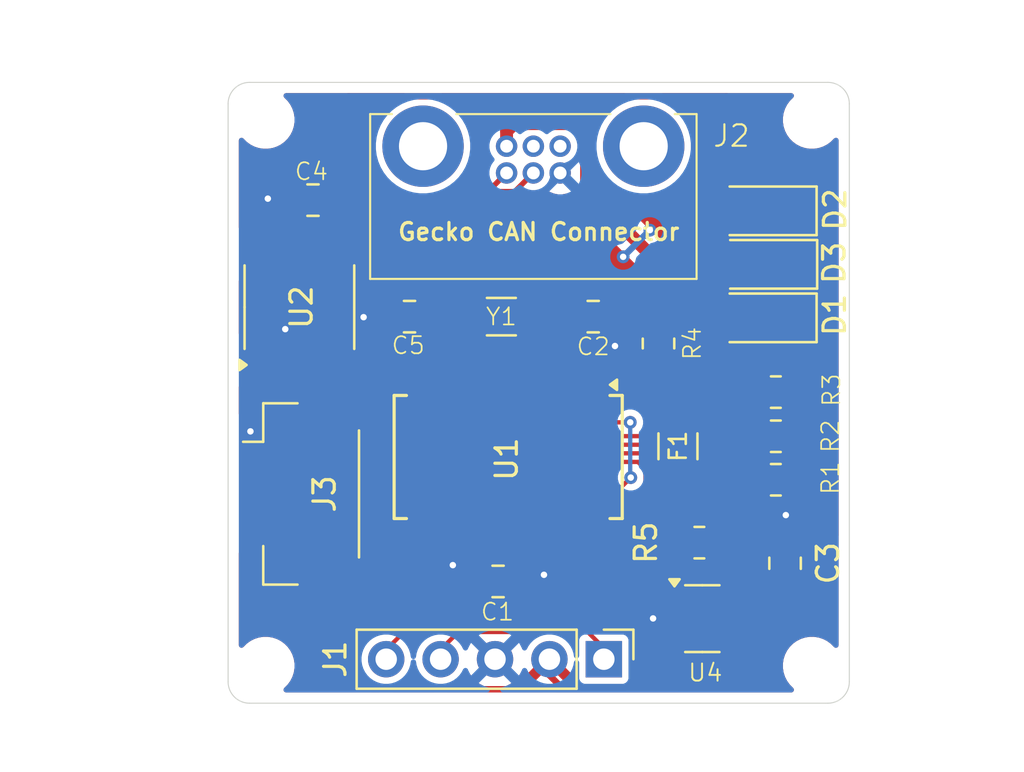
<source format=kicad_pcb>
(kicad_pcb (version 20241229) (generator "pcbnew") (generator_version "9.0")
  (layers (0 "F.Cu" signal) (2 "B.Cu" signal) (13 "F.Paste" user) (15 "B.Paste" user) (5 "F.SilkS" user "F.Silkscreen") (7 "B.SilkS" user "B.Silkscreen") (1 "F.Mask" user) (3 "B.Mask" user) (25 "Edge.Cuts" user))
  (net 0 "")
  (net 1 "GND")
  (net 2 "+5V")
  (net 3 "/OSC1")
  (net 4 "/OSC2")
  (net 5 "Net-(D1-K)")
  (net 6 "Net-(D2-K)")
  (net 7 "Net-(D3-K)")
  (net 8 "Net-(U4-+)")
  (net 9 "/5V_IN")
  (net 10 "/ICSPDAT")
  (net 11 "/ICSPCLK")
  (net 12 "/~{MCLR}")
  (net 15 "CANH")
  (net 16 "CANL")
  (net 17 "/RX1_RunCam")
  (net 18 "/TX1_RunCam")
  (net 19 "Net-(U1-RC4)")
  (net 20 "Net-(U1-RC3)")
  (net 21 "Net-(U1-RC2)")
  (net 22 "/CURR_AMP")
  (net 23 "/CAN_TX")
  (net 24 "/CAN_RX")
  (footprint "Crystal:Crystal_SMD_3215-2Pin_3.2x1.5mm" (layer "F.Cu") (at 93.7565 51.943)
    (property "Reference" "Y1" (at 0 0 0) (layer "F.SilkS") (effects (font (size 0.8 0.8) (thickness 0.08))))
    (property "Value" "12Mhz")
    (fp_line (start -0.675 -0.875) (end 0.675 -0.875) (stroke (width 0.12)) (layer "F.SilkS"))
    (fp_line (start -0.675 0.875) (end 0.675 0.875) (stroke (width 0.12)) (layer "F.SilkS"))
    (pad "1" smd rect (at 1.25 0) (size 1 1.8) (layers "F.Cu" "F.Mask" "F.Paste") (net 3 "/OSC1"))
    (pad "2" smd rect (at -1.25 0) (size 1 1.8) (layers "F.Cu" "F.Mask" "F.Paste") (net 4 "/OSC2"))
  )
  (footprint "Capacitor_SMD:C_0805_2012Metric_Pad1.18x1.45mm_HandSolder" (layer "F.Cu") (at 84.9625 46.5 180)
    (property "Reference" "C4" (at 0.0757 1.3388 180) (layer "F.SilkS") (effects (font (size 0.8 0.8) (thickness 0.08) (bold yes))))
    (property "Value" "0.1uF")
    (fp_line (start -0.261252 0.735) (end 0.261252 0.735) (stroke (width 0.12)) (layer "F.SilkS"))
    (fp_line (start -0.261252 -0.735) (end 0.261252 -0.735) (stroke (width 0.12)) (layer "F.SilkS"))
    (pad "1" smd roundrect (at -1.0375 0 180) (size 1.175 1.45) (layers "F.Cu" "F.Mask" "F.Paste") (roundrect_rratio 0.212766) (net 2 "+5V"))
    (pad "2" smd roundrect (at 1.0375 0 180) (size 1.175 1.45) (layers "F.Cu" "F.Mask" "F.Paste") (roundrect_rratio 0.212766) (net 1 "GND"))
  )
  (footprint "Capacitor_SMD:C_0805_2012Metric_Pad1.18x1.45mm_HandSolder" (layer "F.Cu") (at 98.044 51.943)
    (property "Reference" "C2" (at 0 1.397 180) (layer "F.SilkS") (effects (font (size 0.8 0.8) (thickness 0.08) (bold yes))))
    (property "Value" "22pF")
    (fp_line (start -0.261252 -0.735) (end 0.261252 -0.735) (stroke (width 0.12)) (layer "F.SilkS"))
    (fp_line (start -0.261252 0.735) (end 0.261252 0.735) (stroke (width 0.12)) (layer "F.SilkS"))
    (pad "1" smd roundrect (at -1.0375 0) (size 1.175 1.45) (layers "F.Cu" "F.Mask" "F.Paste") (roundrect_rratio 0.212766) (net 3 "/OSC1"))
    (pad "2" smd roundrect (at 1.0375 0) (size 1.175 1.45) (layers "F.Cu" "F.Mask" "F.Paste") (roundrect_rratio 0.212766) (net 1 "GND"))
  )
  (footprint "Resistor_SMD:R_0805_2012Metric_Pad1.20x1.40mm_HandSolder" (layer "F.Cu") (at 106.569 57.531 180)
    (property "Reference" "R2" (at -2.5494 0 90) (layer "F.SilkS") (effects (font (size 0.8 0.8) (thickness 0.08))))
    (property "Value" "330R")
    (fp_line (start -0.227064 0.735) (end 0.227064 0.735) (stroke (width 0.12)) (layer "F.SilkS"))
    (fp_line (start -0.227064 -0.735) (end 0.227064 -0.735) (stroke (width 0.12)) (layer "F.SilkS"))
    (pad "1" smd roundrect (at -1 0 180) (size 1.2 1.4) (layers "F.Cu" "F.Mask" "F.Paste") (roundrect_rratio 0.208333) (net 6 "Net-(D2-K)"))
    (pad "2" smd roundrect (at 1 0 180) (size 1.2 1.4) (layers "F.Cu" "F.Mask" "F.Paste") (roundrect_rratio 0.208333) (net 20 "Net-(U1-RC3)"))
  )
  (footprint "Fuse:Fuse_1206_3216Metric_Pad1.42x1.75mm_HandSolder" (layer "F.Cu") (at 102 58 90)
    (property "Reference" "F1" (hide yes))
    (property "Value" "Polyfuse")
    (fp_line (start -0.602064 -0.91) (end 0.602064 -0.91) (stroke (width 0.12)) (layer "F.SilkS"))
    (fp_line (start -0.602064 0.91) (end 0.602064 0.91) (stroke (width 0.12)) (layer "F.SilkS"))
    (fp_text user "${REFERENCE}" (at 0 0 90) (layer "F.SilkS") (effects (font (size 0.8 0.8) (thickness 0.12))))
    (pad "1" smd roundrect (at -1.4875 0 90) (size 1.425 1.75) (layers "F.Cu" "F.Mask" "F.Paste") (roundrect_rratio 0.175439) (net 8 "Net-(U4-+)"))
    (pad "2" smd roundrect (at 1.4875 0 90) (size 1.425 1.75) (layers "F.Cu" "F.Mask" "F.Paste") (roundrect_rratio 0.175439) (net 9 "/5V_IN"))
  )
  (footprint "Capacitor_SMD:C_0805_2012Metric_Pad1.18x1.45mm_HandSolder" (layer "F.Cu") (at 93.6029 64.3128 180)
    (property "Reference" "C1" (at 0.0293 -1.4224 0) (layer "F.SilkS") (effects (font (size 0.8 0.8) (thickness 0.08) (bold yes))))
    (property "Value" "0.1uF")
    (fp_line (start -0.261252 0.735) (end 0.261252 0.735) (stroke (width 0.12)) (layer "F.SilkS"))
    (fp_line (start -0.261252 -0.735) (end 0.261252 -0.735) (stroke (width 0.12)) (layer "F.SilkS"))
    (pad "1" smd roundrect (at -1.0375 0 180) (size 1.175 1.45) (layers "F.Cu" "F.Mask" "F.Paste") (roundrect_rratio 0.212766) (net 1 "GND"))
    (pad "2" smd roundrect (at 1.0375 0 180) (size 1.175 1.45) (layers "F.Cu" "F.Mask" "F.Paste") (roundrect_rratio 0.212766) (net 2 "+5V"))
  )
  (footprint "Package_SO:SOIC-8_3.9x4.9mm_P1.27mm" (layer "F.Cu") (at 84.328 51.5 90)
    (property "Reference" "U2" (at 0 0.095 90) (layer "F.SilkS"))
    (property "Value" "canhw:MCP2562")
    (fp_line (start 0 -2.56) (end 1.95 -2.56) (stroke (width 0.12)) (layer "F.SilkS"))
    (fp_line (start 0 -2.56) (end -1.95 -2.56) (stroke (width 0.12)) (layer "F.SilkS"))
    (fp_line (start 0 2.56) (end 1.95 2.56) (stroke (width 0.12)) (layer "F.SilkS"))
    (fp_line (start 0 2.56) (end -1.95 2.56) (stroke (width 0.12)) (layer "F.SilkS"))
    (fp_poly (pts (xy -2.7 -2.465) (xy -2.94 -2.795) (xy -2.46 -2.795)) (stroke (width 0.12)) (fill yes) (layer "F.SilkS"))
    (pad "1" smd roundrect (at -2.475 -1.905 90) (size 1.95 0.6) (layers "F.Cu" "F.Mask" "F.Paste") (net 23 "/CAN_TX"))
    (pad "2" smd roundrect (at -2.475 -0.635 90) (size 1.95 0.6) (layers "F.Cu" "F.Mask" "F.Paste") (net 1 "GND"))
    (pad "3" smd roundrect (at -2.475 0.635 90) (size 1.95 0.6) (layers "F.Cu" "F.Mask" "F.Paste") (net 2 "+5V"))
    (pad "4" smd roundrect (at -2.475 1.905 90) (size 1.95 0.6) (layers "F.Cu" "F.Mask" "F.Paste") (net 24 "/CAN_RX"))
    (pad "5" smd roundrect (at 2.475 1.905 90) (size 1.95 0.6) (layers "F.Cu" "F.Mask" "F.Paste") (net 2 "+5V"))
    (pad "6" smd roundrect (at 2.475 0.635 90) (size 1.95 0.6) (layers "F.Cu" "F.Mask" "F.Paste") (net 16 "CANL"))
    (pad "7" smd roundrect (at 2.475 -0.635 90) (size 1.95 0.6) (layers "F.Cu" "F.Mask" "F.Paste") (net 15 "CANH"))
    (pad "8" smd roundrect (at 2.475 -1.905 90) (size 1.95 0.6) (layers "F.Cu" "F.Mask" "F.Paste") (net 1 "GND"))
  )
  (footprint "Resistor_SMD:R_0805_2012Metric_Pad1.20x1.40mm_HandSolder" (layer "F.Cu") (at 106.569 59.563 180)
    (property "Reference" "R1" (at -2.5494 0.0762 90) (layer "F.SilkS") (effects (font (size 0.8 0.8) (thickness 0.08) (bold yes))))
    (property "Value" "330R")
    (fp_line (start -0.227064 0.735) (end 0.227064 0.735) (stroke (width 0.12)) (layer "F.SilkS"))
    (fp_line (start -0.227064 -0.735) (end 0.227064 -0.735) (stroke (width 0.12)) (layer "F.SilkS"))
    (pad "1" smd roundrect (at -1 0 180) (size 1.2 1.4) (layers "F.Cu" "F.Mask" "F.Paste") (roundrect_rratio 0.208333) (net 5 "Net-(D1-K)"))
    (pad "2" smd roundrect (at 1 0 180) (size 1.2 1.4) (layers "F.Cu" "F.Mask" "F.Paste") (roundrect_rratio 0.208333) (net 19 "Net-(U1-RC4)"))
  )
  (footprint "Capacitor_SMD:C_0805_2012Metric_Pad1.18x1.45mm_HandSolder" (layer "F.Cu") (at 107 63.4625 90)
    (property "Reference" "C3" (at 0 2 90) (layer "F.SilkS"))
    (property "Value" "0.1uF")
    (fp_line (start -0.261252 -0.735) (end 0.261252 -0.735) (stroke (width 0.12)) (layer "F.SilkS"))
    (fp_line (start -0.261252 0.735) (end 0.261252 0.735) (stroke (width 0.12)) (layer "F.SilkS"))
    (pad "1" smd roundrect (at -1.0375 0 90) (size 1.175 1.45) (layers "F.Cu" "F.Mask" "F.Paste") (roundrect_rratio 0.212766) (net 2 "+5V"))
    (pad "2" smd roundrect (at 1.0375 0 90) (size 1.175 1.45) (layers "F.Cu" "F.Mask" "F.Paste") (roundrect_rratio 0.212766) (net 1 "GND"))
  )
  (footprint "MountingHole:MountingHole_2.2mm_M2" (layer "F.Cu") (at 108.249888 68.250344)
    (property "Reference" "H4" (hide yes))
    (property "Value" "MountingHole")
    (pad "" np_thru_hole circle (at 0 0) (size 2.2 2.2) (drill 2.2) (layers "*.Cu" "*.Mask"))
  )
  (footprint "Resistor_SMD:R_0805_2012Metric_Pad1.20x1.40mm_HandSolder" (layer "F.Cu") (at 101.092 53.197 -90)
    (property "Reference" "R4" (at 0 -1.5748 90) (layer "F.SilkS") (effects (font (size 0.8 0.8) (thickness 0.08) (bold yes))))
    (property "Value" "10K")
    (fp_line (start -0.227064 0.735) (end 0.227064 0.735) (stroke (width 0.12)) (layer "F.SilkS"))
    (fp_line (start -0.227064 -0.735) (end 0.227064 -0.735) (stroke (width 0.12)) (layer "F.SilkS"))
    (pad "1" smd roundrect (at -1 0 270) (size 1.2 1.4) (layers "F.Cu" "F.Mask" "F.Paste") (roundrect_rratio 0.208333) (net 2 "+5V"))
    (pad "2" smd roundrect (at 1 0 270) (size 1.2 1.4) (layers "F.Cu" "F.Mask" "F.Paste") (roundrect_rratio 0.208333) (net 12 "/~{MCLR}"))
  )
  (footprint "Package_TO_SOT_SMD:SOT-23-5" (layer "F.Cu") (at 103.1375 66.05)
    (property "Reference" "U4" (at 0.1389 2.53 180) (layer "F.SilkS") (effects (font (size 0.8 0.8) (thickness 0.09))))
    (property "Value" "INA180A1")
    (fp_line (start 0 -1.56) (end -0.8 -1.56) (stroke (width 0.12)) (layer "F.SilkS"))
    (fp_line (start 0 -1.56) (end 0.8 -1.56) (stroke (width 0.12)) (layer "F.SilkS"))
    (fp_line (start 0 1.56) (end -0.8 1.56) (stroke (width 0.12)) (layer "F.SilkS"))
    (fp_line (start 0 1.56) (end 0.8 1.56) (stroke (width 0.12)) (layer "F.SilkS"))
    (fp_poly (pts (xy -1.3 -1.51) (xy -1.54 -1.84) (xy -1.06 -1.84)) (stroke (width 0.12)) (fill yes) (layer "F.SilkS"))
    (pad "1" smd roundrect (at -1.1375 -0.95) (size 1.325 0.6) (layers "F.Cu" "F.Mask" "F.Paste") (net 22 "/CURR_AMP"))
    (pad "2" smd roundrect (at -1.1375 0) (size 1.325 0.6) (layers "F.Cu" "F.Mask" "F.Paste") (net 1 "GND"))
    (pad "3" smd roundrect (at -1.1375 0.95) (size 1.325 0.6) (layers "F.Cu" "F.Mask" "F.Paste") (net 8 "Net-(U4-+)"))
    (pad "4" smd roundrect (at 1.1375 0.95) (size 1.325 0.6) (layers "F.Cu" "F.Mask" "F.Paste") (net 2 "+5V"))
    (pad "5" smd roundrect (at 1.1375 -0.95) (size 1.325 0.6) (layers "F.Cu" "F.Mask" "F.Paste") (net 2 "+5V"))
  )
  (footprint "canhw_footprints:connector_Harwin_G125–MG10605M4P" (layer "F.Cu") (at 95.25 43.981351)
    (property "Reference" "J2" (at 9.25 -0.481351 0) (layer "F.SilkS") (effects (font (thickness 0.1))))
    (property "Value" "Gecko CAN Connector" (at 0.25 4 0) (layer "F.SilkS") (effects (font (size 0.8 0.8))))
    (fp_line (start -7.62 -1.5) (end -6.6 -1.5) (stroke (width 0.1)) (layer "F.SilkS"))
    (fp_line (start -7.62 6.2) (end -7.62 -1.5) (stroke (width 0.1)) (layer "F.SilkS"))
    (fp_line (start 3.6 -1.5) (end -3.6 -1.5) (stroke (width 0.1)) (layer "F.SilkS"))
    (fp_line (start 7.62 -1.5) (end 6.6 -1.5) (stroke (width 0.1)) (layer "F.SilkS"))
    (fp_line (start 7.62 -1.5) (end 7.62 6.2) (stroke (width 0.1)) (layer "F.SilkS"))
    (fp_line (start 7.62 6.2) (end -7.62 6.2) (stroke (width 0.1)) (layer "F.SilkS"))
    (pad "" thru_hole circle (at -5.15 0) (size 3.8 3.8) (drill 2.25) (layers "*.Cu" "*.Mask"))
    (pad "" thru_hole circle (at 5.15 0) (size 3.8 3.8) (drill 2.25) (layers "*.Cu" "*.Mask"))
    (pad "1" thru_hole circle (at 1.25 0) (size 1 1) (drill 0.6) (layers "*.Cu" "*.Mask"))
    (pad "2" thru_hole circle (at 0 0) (size 1 1) (drill 0.6) (layers "*.Cu" "*.Mask"))
    (pad "3" thru_hole circle (at -1.25 0) (size 1 1) (drill 0.6) (layers "*.Cu" "*.Mask") (net 9 "/5V_IN"))
    (pad "4" thru_hole circle (at 1.25 1.25) (size 1 1) (drill 0.6) (layers "*.Cu" "*.Mask") (net 1 "GND"))
    (pad "5" thru_hole circle (at 0 1.25) (size 1 1) (drill 0.6) (layers "*.Cu" "*.Mask") (net 15 "CANH"))
    (pad "6" thru_hole circle (at -1.25 1.25) (size 1 1) (drill 0.6) (layers "*.Cu" "*.Mask") (net 16 "CANL"))
  )
  (footprint "MountingHole:MountingHole_2.2mm_M2" (layer "F.Cu") (at 82.749711 68.250001)
    (property "Reference" "H1" (hide yes))
    (property "Value" "MountingHole")
    (pad "" np_thru_hole circle (at 0 0) (size 2.2 2.2) (drill 2.2) (layers "*.Cu" "*.Mask"))
  )
  (footprint "LED_SMD:LED_1206_3216Metric_Pad1.42x1.75mm_HandSolder" (layer "F.Cu") (at 106.0125 47 180)
    (property "Reference" "D2" (at -3.321394 0.062018 90) (layer "F.SilkS"))
    (property "Value" "White")
    (fp_line (start 1.6 -1.135) (end -2.46 -1.135) (stroke (width 0.12)) (layer "F.SilkS"))
    (fp_line (start -2.46 1.135) (end 1.6 1.135) (stroke (width 0.12)) (layer "F.SilkS"))
    (fp_line (start -2.46 -1.135) (end -2.46 1.135) (stroke (width 0.12)) (layer "F.SilkS"))
    (pad "1" smd roundrect (at -1.4875 0 180) (size 1.425 1.75) (layers "F.Cu" "F.Mask" "F.Paste") (roundrect_rratio 0.175439) (net 6 "Net-(D2-K)"))
    (pad "2" smd roundrect (at 1.4875 0 180) (size 1.425 1.75) (layers "F.Cu" "F.Mask" "F.Paste") (roundrect_rratio 0.175439) (net 2 "+5V"))
  )
  (footprint "Connector_JST:JST_GH_BM04B-GHS-TBT_1x04-1MP_P1.25mm_Vertical" (layer "F.Cu") (at 84.5 60.225 -90)
    (property "Reference" "J3" (at 0 -1 90) (layer "F.SilkS"))
    (property "Value" "COTS Camera Connector")
    (fp_line (start -4.235 1.86) (end -2.435 1.86) (stroke (width 0.12)) (layer "F.SilkS"))
    (fp_line (start -2.435 1.86) (end -2.435 2.8) (stroke (width 0.12)) (layer "F.SilkS"))
    (fp_line (start 4.235 1.86) (end 2.435 1.86) (stroke (width 0.12)) (layer "F.SilkS"))
    (fp_line (start -4.235 0.26) (end -4.235 1.86) (stroke (width 0.12)) (layer "F.SilkS"))
    (fp_line (start 4.235 0.26) (end 4.235 1.86) (stroke (width 0.12)) (layer "F.SilkS"))
    (fp_line (start -2.965 -2.61) (end 2.965 -2.61) (stroke (width 0.12)) (layer "F.SilkS"))
    (pad "1" smd roundrect (at -1.875 1.95 270) (size 0.6 1.7) (layers "F.Cu" "F.Mask" "F.Paste") (net 1 "GND"))
    (pad "2" smd roundrect (at -0.625 1.95 270) (size 0.6 1.7) (layers "F.Cu" "F.Mask" "F.Paste") (net 18 "/TX1_RunCam"))
    (pad "3" smd roundrect (at 0.625 1.95 270) (size 0.6 1.7) (layers "F.Cu" "F.Mask" "F.Paste") (net 17 "/RX1_RunCam"))
    (pad "4" smd roundrect (at 1.875 1.95 270) (size 0.6 1.7) (layers "F.Cu" "F.Mask" "F.Paste") (net 2 "+5V"))
    (pad "MP" smd roundrect (at -3.725 -1.4 270) (size 1 2.8) (layers "F.Cu" "F.Mask" "F.Paste"))
    (pad "MP" smd roundrect (at 3.725 -1.4 270) (size 1 2.8) (layers "F.Cu" "F.Mask" "F.Paste"))
  )
  (footprint "Package_SO:SSOP-28_5.3x10.2mm_P0.65mm" (layer "F.Cu") (at 94.075 58.5 -90)
    (property "Reference" "U1" (at 0.1 0.075 90) (layer "F.SilkS"))
    (property "Value" "canhw:PIC18F26K83")
    (fp_line (start -2.875 5.325) (end 2.875 5.325) (stroke (width 0.15)) (layer "F.SilkS"))
    (fp_line (start -2.875 4.75) (end -2.875 5.325) (stroke (width 0.15)) (layer "F.SilkS"))
    (fp_line (start 2.875 4.75) (end 2.875 5.325) (stroke (width 0.15)) (layer "F.SilkS"))
    (fp_line (start -2.875 -5.325) (end -2.875 -4.75) (stroke (width 0.15)) (layer "F.SilkS"))
    (fp_line (start -2.875 -5.325) (end 2.875 -5.325) (stroke (width 0.15)) (layer "F.SilkS"))
    (fp_line (start 2.875 -5.325) (end 2.875 -4.75) (stroke (width 0.15)) (layer "F.SilkS"))
    (fp_poly (pts (xy -3.375 -4.75) (xy -3.615 -5.08) (xy -3.135 -5.08) (xy -3.375 -4.75)) (stroke (width 0.12)) (fill yes) (layer "F.SilkS"))
    (pad "1" smd rect (at -3.6 -4.225 270) (size 1.75 0.45) (layers "F.Cu" "F.Mask" "F.Paste") (net 12 "/~{MCLR}"))
    (pad "2" smd rect (at -3.6 -3.575 270) (size 1.75 0.45) (layers "F.Cu" "F.Mask" "F.Paste"))
    (pad "3" smd rect (at -3.6 -2.925 270) (size 1.75 0.45) (layers "F.Cu" "F.Mask" "F.Paste"))
    (pad "4" smd rect (at -3.6 -2.275 270) (size 1.75 0.45) (layers "F.Cu" "F.Mask" "F.Paste"))
    (pad "5" smd rect (at -3.6 -1.625 270) (size 1.75 0.45) (layers "F.Cu" "F.Mask" "F.Paste"))
    (pad "6" smd rect (at -3.6 -0.975 270) (size 1.75 0.45) (layers "F.Cu" "F.Mask" "F.Paste"))
    (pad "7" smd rect (at -3.6 -0.325 270) (size 1.75 0.45) (layers "F.Cu" "F.Mask" "F.Paste"))
    (pad "8" smd rect (at -3.6 0.325 270) (size 1.75 0.45) (layers "F.Cu" "F.Mask" "F.Paste") (net 1 "GND"))
    (pad "9" smd rect (at -3.6 0.975 270) (size 1.75 0.45) (layers "F.Cu" "F.Mask" "F.Paste") (net 3 "/OSC1"))
    (pad "10" smd rect (at -3.6 1.625 270) (size 1.75 0.45) (layers "F.Cu" "F.Mask" "F.Paste") (net 4 "/OSC2"))
    (pad "11" smd rect (at -3.6 2.275 270) (size 1.75 0.45) (layers "F.Cu" "F.Mask" "F.Paste") (net 24 "/CAN_RX"))
    (pad "12" smd rect (at -3.6 2.925 270) (size 1.75 0.45) (layers "F.Cu" "F.Mask" "F.Paste") (net 23 "/CAN_TX"))
    (pad "13" smd rect (at -3.6 3.575 270) (size 1.75 0.45) (layers "F.Cu" "F.Mask" "F.Paste") (net 21 "Net-(U1-RC2)"))
    (pad "14" smd rect (at -3.6 4.225 270) (size 1.75 0.45) (layers "F.Cu" "F.Mask" "F.Paste") (net 20 "Net-(U1-RC3)"))
    (pad "15" smd rect (at 3.6 4.225 270) (size 1.75 0.45) (layers "F.Cu" "F.Mask" "F.Paste") (net 19 "Net-(U1-RC4)"))
    (pad "16" smd rect (at 3.6 3.575 270) (size 1.75 0.45) (layers "F.Cu" "F.Mask" "F.Paste"))
    (pad "17" smd rect (at 3.6 2.925 270) (size 1.75 0.45) (layers "F.Cu" "F.Mask" "F.Paste"))
    (pad "18" smd rect (at 3.6 2.275 270) (size 1.75 0.45) (layers "F.Cu" "F.Mask" "F.Paste"))
    (pad "19" smd rect (at 3.6 1.625 270) (size 1.75 0.45) (layers "F.Cu" "F.Mask" "F.Paste") (net 1 "GND"))
    (pad "20" smd rect (at 3.6 0.975 270) (size 1.75 0.45) (layers "F.Cu" "F.Mask" "F.Paste") (net 2 "+5V"))
    (pad "21" smd rect (at 3.6 0.325 270) (size 1.75 0.45) (layers "F.Cu" "F.Mask" "F.Paste"))
    (pad "22" smd rect (at 3.6 -0.325 270) (size 1.75 0.45) (layers "F.Cu" "F.Mask" "F.Paste"))
    (pad "23" smd rect (at 3.6 -0.975 270) (size 1.75 0.45) (layers "F.Cu" "F.Mask" "F.Paste"))
    (pad "24" smd rect (at 3.6 -1.625 270) (size 1.75 0.45) (layers "F.Cu" "F.Mask" "F.Paste") (net 22 "/CURR_AMP"))
    (pad "25" smd rect (at 3.6 -2.275 270) (size 1.75 0.45) (layers "F.Cu" "F.Mask" "F.Paste") (net 18 "/TX1_RunCam"))
    (pad "26" smd rect (at 3.6 -2.925 270) (size 1.75 0.45) (layers "F.Cu" "F.Mask" "F.Paste") (net 17 "/RX1_RunCam"))
    (pad "27" smd rect (at 3.6 -3.575 270) (size 1.75 0.45) (layers "F.Cu" "F.Mask" "F.Paste") (net 11 "/ICSPCLK"))
    (pad "28" smd rect (at 3.6 -4.225 270) (size 1.75 0.45) (layers "F.Cu" "F.Mask" "F.Paste") (net 10 "/ICSPDAT"))
  )
  (footprint "MountingHole:MountingHole_2.2mm_M2" (layer "F.Cu") (at 82.750092 42.749893)
    (property "Reference" "H3" (hide yes))
    (property "Value" "MountingHole")
    (pad "" np_thru_hole circle (at 0 0) (size 2.2 2.2) (drill 2.2) (layers "*.Cu" "*.Mask"))
  )
  (footprint "MountingHole:MountingHole_2.2mm_M2" (layer "F.Cu") (at 108.250172 42.749827)
    (property "Reference" "H2" (hide yes))
    (property "Value" "MountingHole")
    (pad "" np_thru_hole circle (at 0 0) (size 2.2 2.2) (drill 2.2) (layers "*.Cu" "*.Mask"))
  )
  (footprint "Resistor_SMD:R_0805_2012Metric_Pad1.20x1.40mm_HandSolder" (layer "F.Cu") (at 103 62.5 180)
    (property "Reference" "R5" (at 2.5 0 270) (layer "F.SilkS"))
    (property "Value" "330R")
    (fp_line (start -0.227064 0.735) (end 0.227064 0.735) (stroke (width 0.12)) (layer "F.SilkS"))
    (fp_line (start -0.227064 -0.735) (end 0.227064 -0.735) (stroke (width 0.12)) (layer "F.SilkS"))
    (pad "1" smd roundrect (at -1 0 180) (size 1.2 1.4) (layers "F.Cu" "F.Mask" "F.Paste") (roundrect_rratio 0.208333) (net 2 "+5V"))
    (pad "2" smd roundrect (at 1 0 180) (size 1.2 1.4) (layers "F.Cu" "F.Mask" "F.Paste") (roundrect_rratio 0.208333) (net 8 "Net-(U4-+)"))
  )
  (footprint "LED_SMD:LED_1206_3216Metric_Pad1.42x1.75mm_HandSolder" (layer "F.Cu") (at 106.0375 49.5 180)
    (property "Reference" "D3" (at -3.258093 0.072436 90) (layer "F.SilkS"))
    (property "Value" "Blue")
    (fp_line (start 1.6 -1.135) (end -2.46 -1.135) (stroke (width 0.12)) (layer "F.SilkS"))
    (fp_line (start -2.46 1.135) (end 1.6 1.135) (stroke (width 0.12)) (layer "F.SilkS"))
    (fp_line (start -2.46 -1.135) (end -2.46 1.135) (stroke (width 0.12)) (layer "F.SilkS"))
    (pad "1" smd roundrect (at -1.4875 0 180) (size 1.425 1.75) (layers "F.Cu" "F.Mask" "F.Paste") (roundrect_rratio 0.175439) (net 7 "Net-(D3-K)"))
    (pad "2" smd roundrect (at 1.4875 0 180) (size 1.425 1.75) (layers "F.Cu" "F.Mask" "F.Paste") (roundrect_rratio 0.175439) (net 2 "+5V"))
  )
  (footprint "Connector_PinHeader_2.54mm:PinHeader_1x05_P2.54mm_Vertical" (layer "F.Cu") (at 98.54 67.945 -90)
    (property "Reference" "J1" (at 0 12.54 270) (layer "F.SilkS"))
    (property "Value" "Programming Header")
    (fp_line (start -1.38 11.54) (end 1.38 11.54) (stroke (width 0.12)) (layer "F.SilkS"))
    (fp_line (start -1.38 1.27) (end -1.38 11.54) (stroke (width 0.12)) (layer "F.SilkS"))
    (fp_line (start -1.38 1.27) (end 1.38 1.27) (stroke (width 0.12)) (layer "F.SilkS"))
    (fp_line (start 1.38 1.27) (end 1.38 11.54) (stroke (width 0.12)) (layer "F.SilkS"))
    (fp_line (start -1.38 0) (end -1.38 -1.38) (stroke (width 0.12)) (layer "F.SilkS"))
    (fp_line (start -1.38 -1.38) (end 0 -1.38) (stroke (width 0.12)) (layer "F.SilkS"))
    (pad "1" thru_hole rect (at 0 0 270) (size 1.7 1.7) (drill 1) (layers "*.Cu" "*.Mask") (net 12 "/~{MCLR}"))
    (pad "2" thru_hole circle (at 0 2.54 270) (size 1.7 1.7) (drill 1) (layers "*.Cu" "*.Mask") (net 2 "+5V"))
    (pad "3" thru_hole circle (at 0 5.08 270) (size 1.7 1.7) (drill 1) (layers "*.Cu" "*.Mask") (net 1 "GND"))
    (pad "4" thru_hole circle (at 0 7.62 270) (size 1.7 1.7) (drill 1) (layers "*.Cu" "*.Mask") (net 10 "/ICSPDAT"))
    (pad "5" thru_hole circle (at 0 10.16 270) (size 1.7 1.7) (drill 1) (layers "*.Cu" "*.Mask") (net 11 "/ICSPCLK"))
  )
  (footprint "Capacitor_SMD:C_0805_2012Metric_Pad1.18x1.45mm_HandSolder" (layer "F.Cu") (at 89.469 51.943)
    (property "Reference" "C5" (at -0.061 1.3462 0) (layer "F.SilkS") (effects (font (size 0.8 0.8) (thickness 0.08) (bold yes))))
    (property "Value" "22pF")
    (fp_line (start -0.261252 -0.735) (end 0.261252 -0.735) (stroke (width 0.12)) (layer "F.SilkS"))
    (fp_line (start -0.261252 0.735) (end 0.261252 0.735) (stroke (width 0.12)) (layer "F.SilkS"))
    (pad "1" smd roundrect (at -1.0375 0) (size 1.175 1.45) (layers "F.Cu" "F.Mask" "F.Paste") (roundrect_rratio 0.212766) (net 1 "GND"))
    (pad "2" smd roundrect (at 1.0375 0) (size 1.175 1.45) (layers "F.Cu" "F.Mask" "F.Paste") (roundrect_rratio 0.212766) (net 4 "/OSC2"))
  )
  (footprint "LED_SMD:LED_1206_3216Metric_Pad1.42x1.75mm_HandSolder" (layer "F.Cu") (at 106.0125 52 180)
    (property "Reference" "D1" (at -3.302244 0.140305 90) (layer "F.SilkS"))
    (property "Value" "RED")
    (fp_line (start 1.6 -1.135) (end -2.46 -1.135) (stroke (width 0.12)) (layer "F.SilkS"))
    (fp_line (start -2.46 1.135) (end 1.6 1.135) (stroke (width 0.12)) (layer "F.SilkS"))
    (fp_line (start -2.46 -1.135) (end -2.46 1.135) (stroke (width 0.12)) (layer "F.SilkS"))
    (pad "1" smd roundrect (at -1.4875 0 180) (size 1.425 1.75) (layers "F.Cu" "F.Mask" "F.Paste") (roundrect_rratio 0.175439) (net 5 "Net-(D1-K)"))
    (pad "2" smd roundrect (at 1.4875 0 180) (size 1.425 1.75) (layers "F.Cu" "F.Mask" "F.Paste") (roundrect_rratio 0.175439) (net 2 "+5V"))
  )
  (footprint "Resistor_SMD:R_0805_2012Metric_Pad1.20x1.40mm_HandSolder" (layer "F.Cu") (at 106.569 55.468 180)
    (property "Reference" "R3" (at -2.6002 0.096 90) (layer "F.SilkS") (effects (font (size 0.8 0.8) (thickness 0.08))))
    (property "Value" "330R")
    (fp_line (start -0.227064 0.735) (end 0.227064 0.735) (stroke (width 0.12)) (layer "F.SilkS"))
    (fp_line (start -0.227064 -0.735) (end 0.227064 -0.735) (stroke (width 0.12)) (layer "F.SilkS"))
    (pad "1" smd roundrect (at -1 0 180) (size 1.2 1.4) (layers "F.Cu" "F.Mask" "F.Paste") (roundrect_rratio 0.208333) (net 7 "Net-(D3-K)"))
    (pad "2" smd roundrect (at 1 0 180) (size 1.2 1.4) (layers "F.Cu" "F.Mask" "F.Paste") (roundrect_rratio 0.208333) (net 21 "Net-(U1-RC2)"))
  )
  (gr_line (start 82.749711 68.999316) (end 82.749711 67.957063) (stroke (width 0.2)) (layer "B.Cu"))
  (gr_arc (start 110 69) (mid 109.707107 69.707107) (end 109 70) (stroke (width 0.05)) (layer "Edge.Cuts"))
  (gr_arc (start 81 42) (mid 81.292893 41.292893) (end 82 41) (stroke (width 0.05)) (layer "Edge.Cuts"))
  (gr_line (start 81 69) (end 81 42) (stroke (width 0.05)) (layer "Edge.Cuts"))
  (gr_arc (start 109 41) (mid 109.707107 41.292893) (end 110 42) (stroke (width 0.05)) (layer "Edge.Cuts"))
  (gr_arc (start 82 70) (mid 81.292893 69.707107) (end 81 69) (stroke (width 0.05)) (layer "Edge.Cuts"))
  (gr_line (start 110 42) (end 110 69) (stroke (width 0.05)) (layer "Edge.Cuts"))
  (gr_line (start 109 70) (end 82 70) (stroke (width 0.05)) (layer "Edge.Cuts"))
  (gr_line (start 82 41) (end 109 41) (stroke (width 0.05)) (layer "Edge.Cuts"))
  (segment (start 87.376 51.9684) (end 87.4014 51.943) (width 0.2) (layer "F.Cu") (net 1))
  (segment (start 92.45 63.152) (end 92.45 62.1) (width 0.2) (layer "F.Cu") (net 1))
  (segment (start 82.423 49.999999) (end 82.423 49.025) (width 0.2) (layer "F.Cu") (net 1))
  (segment (start 87.1728 51.7652) (end 86.7726 51.365) (width 0.2) (layer "F.Cu") (net 1))
  (segment (start 82.9236 46.5) (end 82.8548 46.4312) (width 0.2) (layer "F.Cu") (net 1))
  (segment (start 87.3252 51.9684) (end 87.376 51.9684) (width 0.2) (layer "F.Cu") (net 1))
  (segment (start 99.06 53.3146) (end 99.06 51.9645) (width 0.2) (layer "F.Cu") (net 1))
  (segment (start 98.4728 53.724) (end 93.851 53.724) (width 0.2) (layer "F.Cu") (net 1))
  (segment (start 87.1728 52.0192) (end 87.1728 52.07) (width 0.2) (layer "F.Cu") (net 1))
  (segment (start 87.1728 51.816) (end 87.1728 51.7652) (width 0.2) (layer "F.Cu") (net 1))
  (segment (start 87.3252 51.9684) (end 87.2236 51.9684) (width 0.2) (layer "F.Cu") (net 1))
  (segment (start 94.6404 64.3636) (end 95.38377 64.3636) (width 0.2) (layer "F.Cu") (net 1))
  (segment (start 83.693 52.5526) (end 83.6676 52.5272) (width 0.2) (layer "F.Cu") (net 1))
  (segment (start 95.38377 64.3636) (end 95.744685 64.002685) (width 0.2) (layer "F.Cu") (net 1))
  (segment (start 107.0356 62.3894) (end 107 62.425) (width 0.2) (layer "F.Cu") (net 1))
  (segment (start 99.06 51.9645) (end 99.0815 51.943) (width 0.2) (layer "F.Cu") (net 1))
  (segment (start 83.788001 51.365) (end 82.423 49.999999) (width 0.2) (layer "F.Cu") (net 1))
  (segment (start 87.1728 52.07) (end 87.2236 52.1208) (width 0.2) (layer "F.Cu") (net 1))
  (segment (start 93.851 53.724) (end 93.75 53.825) (width 0.2) (layer "F.Cu") (net 1))
  (segment (start 98.4728 53.724) (end 98.8822 53.3146) (width 0.2) (layer "F.Cu") (net 1))
  (segment (start 83.925 46.5) (end 82.9236 46.5) (width 0.2) (layer "F.Cu") (net 1))
  (segment (start 91.4908 63.5508) (end 91.7656 63.276) (width 0.2) (layer "F.Cu") (net 1))
  (segment (start 100.848 66.05) (end 100.838 66.04) (width 0.2) (layer "F.Cu") (net 1))
  (segment (start 107.0356 61.214) (end 107.0356 62.3894) (width 0.2) (layer "F.Cu") (net 1))
  (segment (start 87.4014 51.943) (end 88.4315 51.943) (width 0.2) (layer "F.Cu") (net 1))
  (segment (start 83.693 53.975) (end 83.693 52.5526) (width 0.2) (layer "F.Cu") (net 1))
  (segment (start 91.7656 63.276) (end 92.326 63.276) (width 0.2) (layer "F.Cu") (net 1))
  (segment (start 92.326 63.276) (end 92.45 63.152) (width 0.2) (layer "F.Cu") (net 1))
  (segment (start 98.8822 53.3146) (end 99.06 53.3146) (width 0.2) (layer "F.Cu") (net 1))
  (segment (start 82.55 58.35) (end 82.55 57.8104) (width 0.2) (layer "F.Cu") (net 1))
  (segment (start 93.75 53.825) (end 93.75 54.9) (width 0.2) (layer "F.Cu") (net 1))
  (segment (start 87.3252 51.9684) (end 87.1728 51.816) (width 0.2) (layer "F.Cu") (net 1))
  (segment (start 87.2236 51.9684) (end 87.1728 52.0192) (width 0.2) (layer "F.Cu") (net 1))
  (segment (start 86.7726 51.365) (end 83.788001 51.365) (width 0.2) (layer "F.Cu") (net 1))
  (segment (start 102 66.05) (end 100.848 66.05) (width 0.2) (layer "F.Cu") (net 1))
  (segment (start 82.55 57.8104) (end 82.042 57.3024) (width 0.2) (layer "F.Cu") (net 1))
  (via (at 99.06 53.3146) (size 0.6) (drill 0.3) (layers "F.Cu" "B.Cu") (net 1))
  (via (at 87.3252 51.9684) (size 0.6) (drill 0.3) (layers "F.Cu" "B.Cu") (net 1))
  (via (at 83.6676 52.5272) (size 0.6) (drill 0.3) (layers "F.Cu" "B.Cu") (net 1))
  (via (at 107.0356 61.214) (size 0.6) (drill 0.3) (layers "F.Cu" "B.Cu") (net 1))
  (via (at 95.744685 64.002685) (size 0.6) (drill 0.3) (layers "F.Cu" "B.Cu") (net 1))
  (via (at 100.838 66.04) (size 0.6) (drill 0.3) (layers "F.Cu" "B.Cu") (net 1))
  (via (at 82.042 57.3024) (size 0.6) (drill 0.3) (layers "F.Cu" "B.Cu") (net 1))
  (via (at 82.8548 46.4312) (size 0.6) (drill 0.3) (layers "F.Cu" "B.Cu") (net 1))
  (via (at 91.4908 63.5508) (size 0.6) (drill 0.3) (layers "F.Cu" "B.Cu") (net 1))
  (segment (start 104.525 44.704) (end 104.525 52) (width 0.3) (layer "F.Cu") (net 2))
  (segment (start 82.55 64.135) (end 82.55 62.1) (width 0.3) (layer "F.Cu") (net 2))
  (segment (start 104.525 41.914) (end 104.525 44.704) (width 0.3) (layer "F.Cu") (net 2))
  (segment (start 104.262 41.651) (end 104.525 41.914) (width 0.3) (layer "F.Cu") (net 2))
  (segment (start 84.963 53.000001) (end 84.963 53.975) (width 0.2) (layer "F.Cu") (net 2))
  (segment (start 109.347 46.90263) (end 107.14837 44.704) (width 0.3) (layer "F.Cu") (net 2))
  (segment (start 92.5654 64.3636) (end 93.1 63.829) (width 0.3) (layer "F.Cu") (net 2))
  (segment (start 82.423 51.816) (end 84.4296 51.816) (width 0.3) (layer "F.Cu") (net 2))
  (segment (start 85.807999 47.625) (end 85.807999 46.692001) (width 0.3) (layer "F.Cu") (net 2))
  (segment (start 85.807999 47.625) (end 86.233 48.050001) (width 0.3) (layer "F.Cu") (net 2))
  (segment (start 104.875 64.5) (end 104.275 65.1) (width 0.3) (layer "F.Cu") (net 2))
  (segment (start 86 46.5) (end 86 42.27) (width 0.3) (layer "F.Cu") (net 2))
  (segment (start 99.441 49.149) (end 101.092 50.8) (width 0.3) (layer "F.Cu") (net 2))
  (segment (start 81.661 52.578) (end 82.423 51.816) (width 0.3) (layer "F.Cu") (net 2))
  (segment (start 85.807999 46.692001) (end 86 46.5) (width 0.3) (layer "F.Cu") (net 2))
  (segment (start 107.14837 44.704) (end 104.525 44.704) (width 0.3) (layer "F.Cu") (net 2))
  (segment (start 86.619 41.651) (end 104.262 41.651) (width 0.3) (layer "F.Cu") (net 2))
  (segment (start 96 68.695) (end 96 67.945) (width 0.3) (layer "F.Cu") (net 2))
  (segment (start 107 64.5) (end 104.875 64.5) (width 0.3) (layer "F.Cu") (net 2))
  (segment (start 84.963 52.3494) (end 84.963 53.975) (width 0.3) (layer "F.Cu") (net 2))
  (segment (start 86 42.27) (end 86.619 41.651) (width 0.3) (layer "F.Cu") (net 2))
  (segment (start 104.275 67) (end 101.926 69.349) (width 0.3) (layer "F.Cu") (net 2))
  (segment (start 84.4296 51.816) (end 84.963 52.3494) (width 0.3) (layer "F.Cu") (net 2))
  (segment (start 81.661 52.578) (end 81.661 55.613) (width 0.3) (layer "F.Cu") (net 2))
  (segment (start 101.092 50.8) (end 101.092 52.197) (width 0.3) (layer "F.Cu") (net 2))
  (segment (start 104.275 65.1) (end 104.275 62.775) (width 0.3) (layer "F.Cu") (net 2))
  (segment (start 90.4116 64.3636) (end 92.5654 64.3636) (width 0.3) (layer "F.Cu") (net 2))
  (segment (start 87.764 69.349) (end 82.55 64.135) (width 0.3) (layer "F.Cu") (net 2))
  (segment (start 93.1 63.829) (end 93.1 62.1) (width 0.3) (layer "F.Cu") (net 2))
  (segment (start 81.661 47.625) (end 85.807999 47.625) (width 0.3) (layer "F.Cu") (net 2))
  (segment (start 104.275 62.775) (end 104 62.5) (width 0.3) (layer "F.Cu") (net 2))
  (segment (start 86.233 48.050001) (end 86.233 49.025) (width 0.3) (layer "F.Cu") (net 2))
  (segment (start 109.347 62.153) (end 109.347 46.90263) (width 0.3) (layer "F.Cu") (net 2))
  (segment (start 103.886 44.704) (end 100.689121 47.900879) (width 0.3) (layer "F.Cu") (net 2))
  (segment (start 104.525 44.704) (end 103.886 44.704) (width 0.3) (layer "F.Cu") (net 2))
  (segment (start 101.926 69.349) (end 96.654 69.349) (width 0.3) (layer "F.Cu") (net 2))
  (segment (start 107 64.5) (end 109.347 62.153) (width 0.3) (layer "F.Cu") (net 2))
  (segment (start 96.654 69.349) (end 96 68.695) (width 0.3) (layer "F.Cu") (net 2))
  (segment (start 81.661 52.578) (end 81.661 47.625) (width 0.3) (layer "F.Cu") (net 2))
  (segment (start 104.275 65.1) (end 104.275 67) (width 0.3) (layer "F.Cu") (net 2))
  (segment (start 81.661 55.613) (end 90.4116 64.3636) (width 0.3) (layer "F.Cu") (net 2))
  (segment (start 96.654 69.349) (end 87.764 69.349) (width 0.3) (layer "F.Cu") (net 2))
  (via (at 100.689121 47.900879) (size 0.6) (drill 0.3) (layers "F.Cu" "B.Cu") (net 2))
  (via (at 99.441 49.149) (size 0.6) (drill 0.3) (layers "F.Cu" "B.Cu") (net 2))
  (segment (start 100.689121 47.900879) (end 99.441 49.149) (width 0.3) (layer "B.Cu") (net 2))
  (segment (start 95.0065 51.943) (end 97.0065 51.943) (width 0.2) (layer "F.Cu") (net 3))
  (segment (start 94.615 51.943) (end 93.1 53.458) (width 0.2) (layer "F.Cu") (net 3))
  (segment (start 93.1 53.458) (end 93.1 54.9) (width 0.2) (layer "F.Cu") (net 3))
  (segment (start 95.0065 51.943) (end 94.615 51.943) (width 0.2) (layer "F.Cu") (net 3))
  (segment (start 93.091 54.891) (end 93.1 54.9) (width 0.2) (layer "F.Cu") (net 3))
  (segment (start 92.5065 51.943) (end 92.5065 52.573) (width 0.2) (layer "F.Cu") (net 4))
  (segment (start 92.5065 51.943) (end 92.5065 54.8435) (width 0.2) (layer "F.Cu") (net 4))
  (segment (start 90.5065 51.943) (end 92.5065 51.943) (width 0.2) (layer "F.Cu") (net 4))
  (segment (start 92.5065 52.573) (end 92.4565 52.623) (width 0.2) (layer "F.Cu") (net 4))
  (segment (start 92.5065 54.8435) (end 92.45 54.9) (width 0.2) (layer "F.Cu") (net 4))
  (segment (start 108.47 58.662) (end 108.47 52.97) (width 0.2) (layer "F.Cu") (net 5))
  (segment (start 108.47 52.97) (end 107.5 52) (width 0.2) (layer "F.Cu") (net 5))
  (segment (start 107.569 59.563) (end 108.47 58.662) (width 0.2) (layer "F.Cu") (net 5))
  (segment (start 106.47 54.781) (end 105.664 53.975) (width 0.2) (layer "F.Cu") (net 6))
  (segment (start 107.569 57.531) (end 106.47 56.432) (width 0.2) (layer "F.Cu") (net 6))
  (segment (start 106.47 56.432) (end 106.47 54.781) (width 0.2) (layer "F.Cu") (net 6))
  (segment (start 105.664 53.975) (end 105.664 48.836) (width 0.2) (layer "F.Cu") (net 6))
  (segment (start 105.664 48.836) (end 107.5 47) (width 0.2) (layer "F.Cu") (net 6))
  (segment (start 106.4865 53.6855) (end 106.4865 50.5385) (width 0.2) (layer "F.Cu") (net 7))
  (segment (start 106.4865 50.5385) (end 107.525 49.5) (width 0.2) (layer "F.Cu") (net 7))
  (segment (start 107.569 55.468) (end 107.569 54.768) (width 0.2) (layer "F.Cu") (net 7))
  (segment (start 107.569 54.768) (end 106.4865 53.6855) (width 0.2) (layer "F.Cu") (net 7))
  (segment (start 102 59.4875) (end 102 62.5) (width 0.2) (layer "F.Cu") (net 8))
  (segment (start 102 62.5) (end 102.9635 63.4635) (width 0.2) (layer "F.Cu") (net 8))
  (segment (start 102.662499 67) (end 102 67) (width 0.2) (layer "F.Cu") (net 8))
  (segment (start 102.9635 66.698999) (end 102.662499 67) (width 0.2) (layer "F.Cu") (net 8))
  (segment (start 102.9635 63.4635) (end 102.9635 66.698999) (width 0.2) (layer "F.Cu") (net 8))
  (segment (start 97.733796 46.076926) (end 102.720669 51.063799) (width 0.6) (layer "F.Cu") (net 9))
  (segment (start 94 43.287) (end 94.361 42.926) (width 0.6) (layer "F.Cu") (net 9))
  (segment (start 97.733796 42.926) (end 97.733796 46.076926) (width 0.6) (layer "F.Cu") (net 9))
  (segment (start 102.720669 51.063799) (end 102.720669 55.791831) (width 0.6) (layer "F.Cu") (net 9))
  (segment (start 94 43.981351) (end 94 43.287) (width 0.6) (layer "F.Cu") (net 9))
  (segment (start 102.720669 55.791831) (end 102 56.5125) (width 0.6) (layer "F.Cu") (net 9))
  (segment (start 94.361 42.926) (end 97.733796 42.926) (width 0.6) (layer "F.Cu") (net 9))
  (segment (start 98.3 64.133) (end 98.3 62.1) (width 0.2) (layer "F.Cu") (net 10))
  (segment (start 95.758 66.675) (end 98.3 64.133) (width 0.2) (layer "F.Cu") (net 10))
  (segment (start 91.745 66.675) (end 95.758 66.675) (width 0.2) (layer "F.Cu") (net 10))
  (segment (start 90.92 67.5) (end 91.745 66.675) (width 0.2) (layer "F.Cu") (net 10))
  (segment (start 88.38 67.5) (end 89.459 66.421) (width 0.2) (layer "F.Cu") (net 11))
  (segment (start 97.65 64.2159) (end 97.65 62.1) (width 0.2) (layer "F.Cu") (net 11))
  (segment (start 91.4319 66.421) (end 91.5789 66.274) (width 0.2) (layer "F.Cu") (net 11))
  (segment (start 91.5789 66.274) (end 95.5919 66.274) (width 0.2) (layer "F.Cu") (net 11))
  (segment (start 89.459 66.421) (end 91.4319 66.421) (width 0.2) (layer "F.Cu") (net 11))
  (segment (start 95.5919 66.274) (end 97.65 64.2159) (width 0.2) (layer "F.Cu") (net 11))
  (segment (start 99.7712 56.8806) (end 99.0446 56.8806) (width 0.2) (layer "F.Cu") (net 12))
  (segment (start 98.933 60.325) (end 98.933 64.135) (width 0.2) (layer "F.Cu") (net 12))
  (segment (start 99.0446 56.8806) (end 98.3 56.136) (width 0.2) (layer "F.Cu") (net 12))
  (segment (start 98.933 64.135) (end 97.0915 65.9765) (width 0.2) (layer "F.Cu") (net 12))
  (segment (start 99.929 56.926) (end 99.8836 56.8806) (width 0.2) (layer "F.Cu") (net 12))
  (segment (start 97.0915 65.9765) (end 98.54 67.425) (width 0.2) (layer "F.Cu") (net 12))
  (segment (start 98.54 67.425) (end 98.54 67.5) (width 0.2) (layer "F.Cu") (net 12))
  (segment (start 99.7966 59.4614) (end 98.933 60.325) (width 0.2) (layer "F.Cu") (net 12))
  (segment (start 99.8836 56.8806) (end 99.7712 56.8806) (width 0.2) (layer "F.Cu") (net 12))
  (segment (start 98.3 56.136) (end 98.3 54.9) (width 0.2) (layer "F.Cu") (net 12))
  (segment (start 98.3 54.9) (end 100.389 54.9) (width 0.2) (layer "F.Cu") (net 12))
  (segment (start 100.389 54.9) (end 101.092 54.197) (width 0.2) (layer "F.Cu") (net 12))
  (via (at 99.7966 59.4614) (size 0.6) (drill 0.3) (layers "F.Cu" "B.Cu") (net 12))
  (via (at 99.7712 56.8806) (size 0.6) (drill 0.3) (layers "F.Cu" "B.Cu") (net 12))
  (segment (start 99.7712 56.8806) (end 99.7712 59.436) (width 0.2) (layer "B.Cu") (net 12))
  (segment (start 99.7712 59.436) (end 99.7966 59.4614) (width 0.2) (layer "B.Cu") (net 12))
  (segment (start 99.929 59.329) (end 99.7966 59.4614) (width 0.2) (layer "B.Cu") (net 12))
  (segment (start 94.380351 46.101) (end 93.768161 46.101) (width 0.25) (layer "F.Cu") (net 15))
  (segment (start 95.25 45.231351) (end 95.132786 45.231351) (width 0.2) (layer "F.Cu") (net 15))
  (segment (start 84.563003 50.870002) (end 83.693 49.999999) (width 0.25) (layer "F.Cu") (net 15))
  (segment (start 83.693 49.999999) (end 83.693 49.025) (width 0.25) (layer "F.Cu") (net 15))
  (segment (start 88.999157 50.870002) (end 84.563003 50.870002) (width 0.25) (layer "F.Cu") (net 15))
  (segment (start 89.048081 50.821081) (end 88.999157 50.870002) (width 0.25) (layer "F.Cu") (net 15))
  (segment (start 93.768161 46.101) (end 89.048081 50.821081) (width 0.25) (layer "F.Cu") (net 15))
  (segment (start 95.25 45.231351) (end 94.380351 46.101) (width 0.25) (layer "F.Cu") (net 15))
  (segment (start 94 45.231351) (end 88.856176 50.375176) (width 0.25) (layer "F.Cu") (net 16))
  (segment (start 84.963 49.999999) (end 84.963 49.025) (width 0.25) (layer "F.Cu") (net 16))
  (segment (start 85.382001 50.419) (end 84.963 49.999999) (width 0.25) (layer "F.Cu") (net 16))
  (segment (start 88.856176 50.375176) (end 88.812351 50.419) (width 0.25) (layer "F.Cu") (net 16))
  (segment (start 88.812351 50.419) (end 85.382001 50.419) (width 0.25) (layer "F.Cu") (net 16))
  (segment (start 84.98616 60.85) (end 82.55 60.85) (width 0.2) (layer "F.Cu") (net 17))
  (segment (start 95.377 65.786) (end 89.92216 65.786) (width 0.2) (layer "F.Cu") (net 17))
  (segment (start 89.92216 65.786) (end 84.98616 60.85) (width 0.2) (layer "F.Cu") (net 17))
  (segment (start 97 62.1) (end 97 64.163) (width 0.2) (layer "F.Cu") (net 17))
  (segment (start 97 64.163) (end 95.377 65.786) (width 0.2) (layer "F.Cu") (net 17))
  (segment (start 90.329 65.385) (end 84.544 59.6) (width 0.2) (layer "F.Cu") (net 18))
  (segment (start 95.2109 65.385) (end 90.329 65.385) (width 0.2) (layer "F.Cu") (net 18))
  (segment (start 84.544 59.6) (end 82.55 59.6) (width 0.2) (layer "F.Cu") (net 18))
  (segment (start 96.35 64.2459) (end 95.2109 65.385) (width 0.2) (layer "F.Cu") (net 18))
  (segment (start 96.35 62.1) (end 96.35 64.2459) (width 0.2) (layer "F.Cu") (net 18))
  (segment (start 104.334 58.328) (end 91.913 58.328) (width 0.2) (layer "F.Cu") (net 19))
  (segment (start 105.569 59.563) (end 104.334 58.328) (width 0.2) (layer "F.Cu") (net 19))
  (segment (start 91.913 58.328) (end 89.85 60.391) (width 0.2) (layer "F.Cu") (net 19))
  (segment (start 89.85 60.391) (end 89.85 62.1) (width 0.2) (layer "F.Cu") (net 19))
  (segment (start 103.6771 57.927) (end 91.9079 57.927) (width 0.2) (layer "F.Cu") (net 20))
  (segment (start 89.85 55.975) (end 89.85 54.9) (width 0.2) (layer "F.Cu") (net 20))
  (segment (start 91.7659 57.785) (end 91.66 57.785) (width 0.2) (layer "F.Cu") (net 20))
  (segment (start 91.9079 57.927) (end 91.7659 57.785) (width 0.2) (layer "F.Cu") (net 20))
  (segment (start 105.569 57.531) (end 105.315 57.785) (width 0.2) (layer "F.Cu") (net 20))
  (segment (start 103.8191 57.785) (end 103.6771 57.927) (width 0.2) (layer "F.Cu") (net 20))
  (segment (start 91.66 57.785) (end 89.85 55.975) (width 0.2) (layer "F.Cu") (net 20))
  (segment (start 105.315 57.785) (end 103.8191 57.785) (width 0.2) (layer "F.Cu") (net 20))
  (segment (start 105.569 55.468) (end 103.511 57.526) (width 0.2) (layer "F.Cu") (net 21))
  (segment (start 92.074 57.526) (end 90.5 55.952) (width 0.2) (layer "F.Cu") (net 21))
  (segment (start 90.5 55.952) (end 90.5 54.9) (width 0.2) (layer "F.Cu") (net 21))
  (segment (start 103.511 57.526) (end 92.074 57.526) (width 0.2) (layer "F.Cu") (net 21))
  (segment (start 100.4824 59.0804) (end 100.131 58.729) (width 0.2) (layer "F.Cu") (net 22))
  (segment (start 100.4824 63.0174) (end 100.4824 59.0804) (width 0.2) (layer "F.Cu") (net 22))
  (segment (start 102 64.535) (end 100.4824 63.0174) (width 0.2) (layer "F.Cu") (net 22))
  (segment (start 102 65.1) (end 102 64.535) (width 0.2) (layer "F.Cu") (net 22))
  (segment (start 95.7 61.212) (end 95.7 62.1) (width 0.2) (layer "F.Cu") (net 22))
  (segment (start 98.183 58.729) (end 95.7 61.212) (width 0.2) (layer "F.Cu") (net 22))
  (segment (start 100.131 58.729) (end 98.183 58.729) (width 0.2) (layer "F.Cu") (net 22))
  (segment (start 86.834 53.9411) (end 86.834 54.990968) (width 0.2) (layer "F.Cu") (net 23))
  (segment (start 86.834 54.990968) (end 86.573968 55.251) (width 0.2) (layer "F.Cu") (net 23))
  (segment (start 86.573968 55.251) (end 82.724001 55.251) (width 0.2) (layer "F.Cu") (net 23))
  (segment (start 82.724001 55.251) (end 82.423 54.949999) (width 0.2) (layer "F.Cu") (net 23))
  (segment (start 87.2881 53.487) (end 86.834 53.9411) (width 0.2) (layer "F.Cu") (net 23))
  (segment (start 90.7659 53.487) (end 87.2881 53.487) (width 0.2) (layer "F.Cu") (net 23))
  (segment (start 82.423 54.949999) (end 82.423 53.975) (width 0.2) (layer "F.Cu") (net 23))
  (segment (start 91.15 54.9) (end 91.15 53.8711) (width 0.2) (layer "F.Cu") (net 23))
  (segment (start 91.15 53.8711) (end 90.7659 53.487) (width 0.2) (layer "F.Cu") (net 23))
  (segment (start 90.932 53.086) (end 91.8 53.954) (width 0.2) (layer "F.Cu") (net 24))
  (segment (start 87.122 53.086) (end 86.233 53.975) (width 0.2) (layer "F.Cu") (net 24))
  (segment (start 91.8 53.954) (end 91.8 54.9) (width 0.2) (layer "F.Cu") (net 24))
  (segment (start 90.932 53.086) (end 87.122 53.086) (width 0.2) (layer "F.Cu") (net 24))
  (zone (net 2) (net_name "+5V") (layer "F.Cu") (priority 1) (connect_pads (clearance 0.5)) (min_thickness 0.25) (fill yes (thermal_gap 0.5) (thermal_bridge_width 0.5))
    (polygon (pts (xy 110.49 71.12) (xy 80.01 71.12) (xy 80.01 40.64) (xy 110.49 40.64)))
  )
  (zone (net 1) (net_name "GND") (layer "B.Cu") (priority 1) (connect_pads (clearance 0.3)) (min_thickness 0.25) (fill yes (thermal_gap 0.5) (thermal_bridge_width 0.5))
    (polygon (pts (xy 110.49 71.12) (xy 80.01 71.12) (xy 80.01 40.64) (xy 110.49 40.64)))
  )
)
</source>
